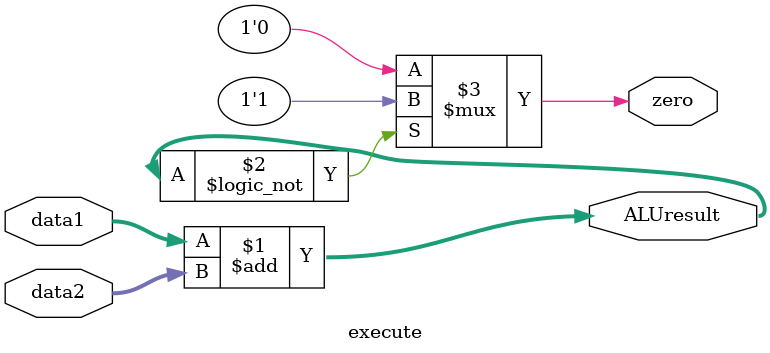
<source format=v>
`timescale 1ns / 1ps
module execute(
    input [7:0] data1,
    input [7:0] data2,
//    input [2:0] ALUctrl,
    output [7:0] ALUresult,
    output zero
    );
	 
assign ALUresult = data1+data2;
assign zero = (ALUresult==0)?(1'b1):(1'b0);

endmodule

</source>
